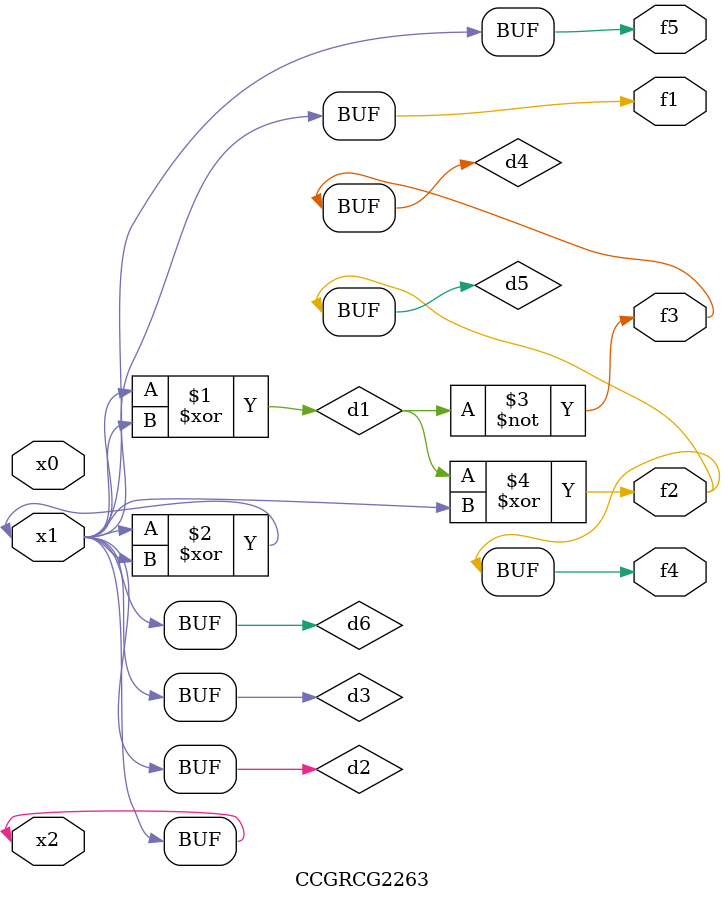
<source format=v>
module CCGRCG2263(
	input x0, x1, x2,
	output f1, f2, f3, f4, f5
);

	wire d1, d2, d3, d4, d5, d6;

	xor (d1, x1, x2);
	buf (d2, x1, x2);
	xor (d3, x1, x2);
	nor (d4, d1);
	xor (d5, d1, d2);
	buf (d6, d2, d3);
	assign f1 = d6;
	assign f2 = d5;
	assign f3 = d4;
	assign f4 = d5;
	assign f5 = d6;
endmodule

</source>
